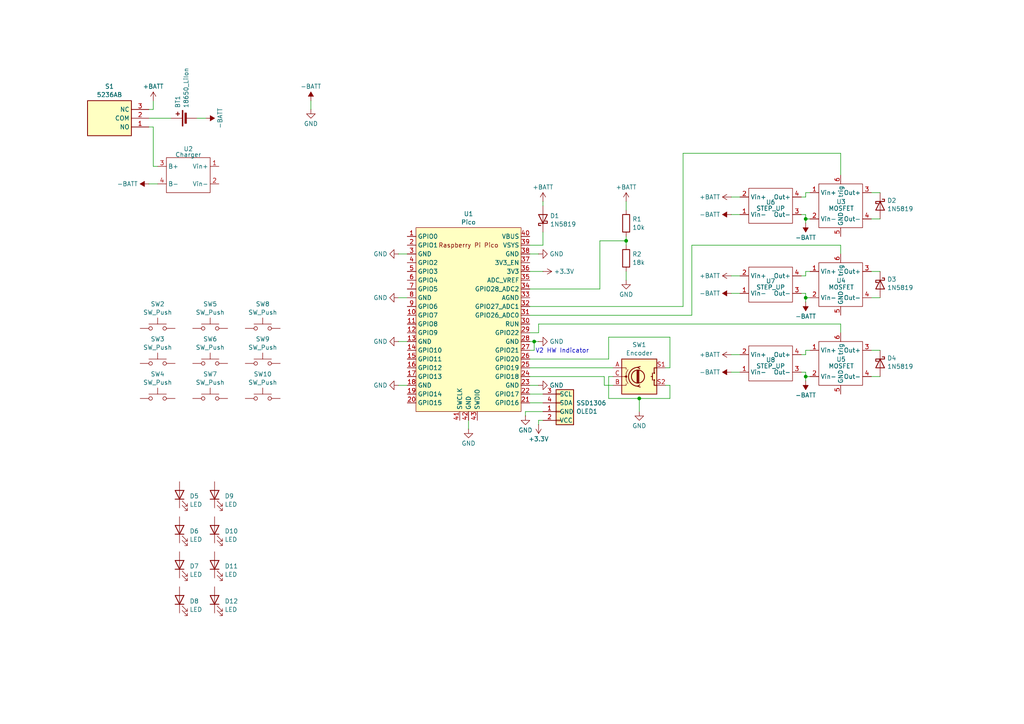
<source format=kicad_sch>
(kicad_sch (version 20231120) (generator "eeschema") (generator_version "8.0")
  (paper "A4")
  (title_block (title "LARS V2") (date "2024-04-01") (rev "1") (comment 1 "https://git.xythobuz.de/thomas/drumkit") (comment 2 "Licensed under the CERN-OHL-S-2.0+") (comment 4 "Copyright (c) 2024 Thomas Buck, Kauzerei"))
  (lib_symbols
    (symbol "5236ab:5236AB"
      (property "Reference" "S1" (at 11.43 -11.7645 0))
      (property "Value" "5236AB" (at 11.43 -9.3402 0))
      (symbol "5236AB_1_1"
        (rectangle (start 5.08 2.54) (end 17.78 -7.62) (stroke (width 0.254)) (fill (type background)))
        (pin passive line (at 0 0 0) (length 5.08) (name "NO") (number "1"))
        (pin passive line (at 0 -2.54 0) (length 5.08) (name "COM") (number "2"))
        (pin passive line (at 0 -5.08 0) (length 5.08) (name "NC") (number "3"))
      )
    )
    (symbol "Device:Battery_Cell" (pin_numbers hide) (pin_names (offset 0) hide)
      (property "Reference" "BT" (at 2.54 2.54 0))
      (property "Value" "Battery_Cell" (at 2.54 0 0))
      (symbol "Battery_Cell_0_1"
        (rectangle (start -2.286 1.778) (end 2.286 1.524) (fill (type outline)))
        (rectangle (start -1.524 1.016) (end 1.524 0.508) (fill (type outline)))
        (polyline (pts (xy 0 0.762) (xy 0 0)))
        (polyline (pts (xy 0 1.778) (xy 0 2.54)))
        (polyline (pts (xy 0.762 3.048) (xy 1.778 3.048)) (stroke (width 0.254)))
        (polyline (pts (xy 1.27 3.556) (xy 1.27 2.54)) (stroke (width 0.254)))
      )
      (symbol "Battery_Cell_1_1"
        (pin passive line (at 0 5.08 270) (length 2.54) (name "+") (number "1"))
        (pin passive line (at 0 -2.54 90) (length 2.54) (name "-") (number "2"))
      )
    )
    (symbol "Device:LED" (pin_numbers hide) (pin_names (offset 1.016) hide)
      (property "Reference" "D" (at 0 2.54 0))
      (property "Value" "LED" (at 0 -2.54 0))
      (symbol "LED_0_1"
        (polyline (pts (xy -1.27 -1.27) (xy -1.27 1.27)) (stroke (width 0.254)))
        (polyline (pts (xy -1.27 0) (xy 1.27 0)))
        (polyline (pts (xy 1.27 -1.27) (xy 1.27 1.27) (xy -1.27 0) (xy 1.27 -1.27)) (stroke (width 0.254)))
        (polyline (pts (xy -3.048 -0.762) (xy -4.572 -2.286) (xy -3.81 -2.286) (xy -4.572 -2.286) (xy -4.572 -1.524)))
        (polyline (pts (xy -1.778 -0.762) (xy -3.302 -2.286) (xy -2.54 -2.286) (xy -3.302 -2.286) (xy -3.302 -1.524)))
      )
      (symbol "LED_1_1"
        (pin passive line (at -3.81 0 0) (length 2.54) (name "K") (number "1"))
        (pin passive line (at 3.81 0 180) (length 2.54) (name "A") (number "2"))
      )
    )
    (symbol "Device:R" (pin_numbers hide) (pin_names (offset 0))
      (property "Reference" "R" (at 2.032 0 90))
      (property "Value" "R" (at 0 0 90))
      (symbol "R_0_1"
        (rectangle (start -1.016 -2.54) (end 1.016 2.54) (stroke (width 0.254)))
      )
      (symbol "R_1_1"
        (pin passive line (at 0 3.81 270) (length 1.27) (name "~") (number "1"))
        (pin passive line (at 0 -3.81 90) (length 1.27) (name "~") (number "2"))
      )
    )
    (symbol "Device:RotaryEncoder_Switch" (pin_names (offset 0.254) hide)
      (property "Reference" "SW" (at 0 6.604 0))
      (property "Value" "RotaryEncoder_Switch" (at 0 -6.604 0))
      (symbol "RotaryEncoder_Switch_0_1"
        (rectangle (start -5.08 5.08) (end 5.08 -5.08) (stroke (width 0.254)) (fill (type background)))
        (circle (center -3.81 0) (radius 0.254) (fill (type outline)))
        (circle (center -0.381 0) (radius 1.905) (stroke (width 0.254)))
        (arc (start -0.381 2.667) (mid -3.0988 -0.0635) (end -0.381 -2.794) (stroke (width 0.254)))
        (polyline (pts (xy -0.635 -1.778) (xy -0.635 1.778)) (stroke (width 0.254)))
        (polyline (pts (xy -0.381 -1.778) (xy -0.381 1.778)) (stroke (width 0.254)))
        (polyline (pts (xy -0.127 1.778) (xy -0.127 -1.778)) (stroke (width 0.254)))
        (polyline (pts (xy 3.81 0) (xy 3.429 0)) (stroke (width 0.254)))
        (polyline (pts (xy 3.81 1.016) (xy 3.81 -1.016)) (stroke (width 0.254)))
        (polyline (pts (xy -5.08 -2.54) (xy -3.81 -2.54) (xy -3.81 -2.032)))
        (polyline (pts (xy -5.08 2.54) (xy -3.81 2.54) (xy -3.81 2.032)))
        (polyline (pts (xy 0.254 -3.048) (xy -0.508 -2.794) (xy 0.127 -2.413)) (stroke (width 0.254)))
        (polyline (pts (xy 0.254 2.921) (xy -0.508 2.667) (xy 0.127 2.286)) (stroke (width 0.254)))
        (polyline (pts (xy 5.08 -2.54) (xy 4.318 -2.54) (xy 4.318 -1.016)) (stroke (width 0.254)))
        (polyline (pts (xy 5.08 2.54) (xy 4.318 2.54) (xy 4.318 1.016)) (stroke (width 0.254)))
        (polyline (pts (xy -5.08 0) (xy -3.81 0) (xy -3.81 -1.016) (xy -3.302 -2.032)))
        (polyline (pts (xy -4.318 0) (xy -3.81 0) (xy -3.81 1.016) (xy -3.302 2.032)))
        (circle (center 4.318 -1.016) (radius 0.127) (stroke (width 0.254)))
        (circle (center 4.318 1.016) (radius 0.127) (stroke (width 0.254)))
      )
      (symbol "RotaryEncoder_Switch_1_1"
        (pin passive line (at -7.62 2.54 0) (length 2.54) (name "A") (number "A"))
        (pin passive line (at -7.62 -2.54 0) (length 2.54) (name "B") (number "B"))
        (pin passive line (at -7.62 0 0) (length 2.54) (name "C") (number "C"))
        (pin passive line (at 7.62 2.54 180) (length 2.54) (name "S1") (number "S1"))
        (pin passive line (at 7.62 -2.54 180) (length 2.54) (name "S2") (number "S2"))
      )
    )
    (symbol "Diode:1N5819" (pin_numbers hide) (pin_names (offset 1.016) hide)
      (property "Reference" "D" (at 0 2.54 0))
      (property "Value" "1N5819" (at 0 -2.54 0))
      (symbol "1N5819_0_1"
        (polyline (pts (xy 1.27 0) (xy -1.27 0)))
        (polyline (pts (xy 1.27 1.27) (xy 1.27 -1.27) (xy -1.27 0) (xy 1.27 1.27)) (stroke (width 0.254)))
        (polyline (pts (xy -1.905 0.635) (xy -1.905 1.27) (xy -1.27 1.27) (xy -1.27 -1.27) (xy -0.635 -1.27) (xy -0.635 -0.635)) (stroke (width 0.254)))
      )
      (symbol "1N5819_1_1"
        (pin passive line (at -3.81 0 0) (length 2.54) (name "K") (number "1"))
        (pin passive line (at 3.81 0 180) (length 2.54) (name "A") (number "2"))
      )
    )
    (symbol "KiCad-RP-Pico:Pico"
      (property "Reference" "U" (at -13.97 27.94 0))
      (property "Value" "Pico" (at 0 19.05 0))
      (symbol "Pico_0_0"
        (text "Raspberry Pi Pico" (at 0 21.59 0) (effects (font (size 1.27 1.27))))
      )
      (symbol "Pico_0_1"
        (rectangle (start -15.24 26.67) (end 15.24 -26.67) (fill (type background)))
      )
      (symbol "Pico_1_1"
        (pin bidirectional line (at -17.78 24.13 0) (length 2.54) (name "GPIO0") (number "1"))
        (pin bidirectional line (at -17.78 1.27 0) (length 2.54) (name "GPIO7") (number "10"))
        (pin bidirectional line (at -17.78 -1.27 0) (length 2.54) (name "GPIO8") (number "11"))
        (pin bidirectional line (at -17.78 -3.81 0) (length 2.54) (name "GPIO9") (number "12"))
        (pin power_in line (at -17.78 -6.35 0) (length 2.54) (name "GND") (number "13"))
        (pin bidirectional line (at -17.78 -8.89 0) (length 2.54) (name "GPIO10") (number "14"))
        (pin bidirectional line (at -17.78 -11.43 0) (length 2.54) (name "GPIO11") (number "15"))
        (pin bidirectional line (at -17.78 -13.97 0) (length 2.54) (name "GPIO12") (number "16"))
        (pin bidirectional line (at -17.78 -16.51 0) (length 2.54) (name "GPIO13") (number "17"))
        (pin power_in line (at -17.78 -19.05 0) (length 2.54) (name "GND") (number "18"))
        (pin bidirectional line (at -17.78 -21.59 0) (length 2.54) (name "GPIO14") (number "19"))
        (pin bidirectional line (at -17.78 21.59 0) (length 2.54) (name "GPIO1") (number "2"))
        (pin bidirectional line (at -17.78 -24.13 0) (length 2.54) (name "GPIO15") (number "20"))
        (pin bidirectional line (at 17.78 -24.13 180) (length 2.54) (name "GPIO16") (number "21"))
        (pin bidirectional line (at 17.78 -21.59 180) (length 2.54) (name "GPIO17") (number "22"))
        (pin power_in line (at 17.78 -19.05 180) (length 2.54) (name "GND") (number "23"))
        (pin bidirectional line (at 17.78 -16.51 180) (length 2.54) (name "GPIO18") (number "24"))
        (pin bidirectional line (at 17.78 -13.97 180) (length 2.54) (name "GPIO19") (number "25"))
        (pin bidirectional line (at 17.78 -11.43 180) (length 2.54) (name "GPIO20") (number "26"))
        (pin bidirectional line (at 17.78 -8.89 180) (length 2.54) (name "GPIO21") (number "27"))
        (pin power_in line (at 17.78 -6.35 180) (length 2.54) (name "GND") (number "28"))
        (pin bidirectional line (at 17.78 -3.81 180) (length 2.54) (name "GPIO22") (number "29"))
        (pin power_in line (at -17.78 19.05 0) (length 2.54) (name "GND") (number "3"))
        (pin input line (at 17.78 -1.27 180) (length 2.54) (name "RUN") (number "30"))
        (pin bidirectional line (at 17.78 1.27 180) (length 2.54) (name "GPIO26_ADC0") (number "31"))
        (pin bidirectional line (at 17.78 3.81 180) (length 2.54) (name "GPIO27_ADC1") (number "32"))
        (pin power_in line (at 17.78 6.35 180) (length 2.54) (name "AGND") (number "33"))
        (pin bidirectional line (at 17.78 8.89 180) (length 2.54) (name "GPIO28_ADC2") (number "34"))
        (pin input line (at 17.78 11.43 180) (length 2.54) (name "ADC_VREF") (number "35"))
        (pin power_out line (at 17.78 13.97 180) (length 2.54) (name "3V3") (number "36"))
        (pin input line (at 17.78 16.51 180) (length 2.54) (name "3V3_EN") (number "37"))
        (pin power_in line (at 17.78 19.05 180) (length 2.54) (name "GND") (number "38"))
        (pin power_in line (at 17.78 21.59 180) (length 2.54) (name "VSYS") (number "39"))
        (pin bidirectional line (at -17.78 16.51 0) (length 2.54) (name "GPIO2") (number "4"))
        (pin power_in line (at 17.78 24.13 180) (length 2.54) (name "VBUS") (number "40"))
        (pin input line (at -2.54 -29.21 90) (length 2.54) (name "SWCLK") (number "41"))
        (pin power_in line (at 0 -29.21 90) (length 2.54) (name "GND") (number "42"))
        (pin bidirectional line (at 2.54 -29.21 90) (length 2.54) (name "SWDIO") (number "43"))
        (pin bidirectional line (at -17.78 13.97 0) (length 2.54) (name "GPIO3") (number "5"))
        (pin bidirectional line (at -17.78 11.43 0) (length 2.54) (name "GPIO4") (number "6"))
        (pin bidirectional line (at -17.78 8.89 0) (length 2.54) (name "GPIO5") (number "7"))
        (pin power_in line (at -17.78 6.35 0) (length 2.54) (name "GND") (number "8"))
        (pin bidirectional line (at -17.78 3.81 0) (length 2.54) (name "GPIO6") (number "9"))
      )
    )
    (symbol "Switch:SW_Push" (pin_numbers hide) (pin_names (offset 1.016) hide)
      (property "Reference" "SW" (at 1.27 2.54 0))
      (property "Value" "SW_Push" (at 0 -1.524 0))
      (symbol "SW_Push_0_1"
        (circle (center -2.032 0) (radius 0.508))
        (polyline (pts (xy 0 1.27) (xy 0 3.048)))
        (polyline (pts (xy 2.54 1.27) (xy -2.54 1.27)))
        (circle (center 2.032 0) (radius 0.508))
        (pin passive line (at -5.08 0 0) (length 2.54) (name "1") (number "1"))
        (pin passive line (at 5.08 0 180) (length 2.54) (name "2") (number "2"))
      )
    )
    (symbol "chinese_modules:charger"
      (property "Reference" "U" (at 0 0 0))
      (symbol "charger_0_1"
        (rectangle (start -6.35 5.08) (end 6.35 -5.08))
      )
      (symbol "charger_1_1"
        (pin input line (at 8.89 2.54 180) (length 2.54) (name "Vin+") (number "1"))
        (pin input line (at 8.89 -2.54 180) (length 2.54) (name "Vin-") (number "2"))
        (pin input line (at -8.89 2.54 0) (length 2.54) (name "B+") (number "3"))
        (pin input line (at -8.89 -2.54 0) (length 2.54) (name "B-") (number "4"))
      )
    )
    (symbol "chinese_modules:dc-dc"
      (property "Reference" "U6" (at 0 1.016 0))
      (property "Value" "STEP_UP" (at 0 -0.762 0))
      (symbol "dc-dc_0_1"
        (rectangle (start -6.35 5.08) (end 6.35 -5.08))
      )
      (symbol "dc-dc_1_1"
        (pin power_in line (at -8.89 -2.54 0) (length 2.54) (name "Vin-") (number "1"))
        (pin power_in line (at -8.89 2.54 0) (length 2.54) (name "Vin+") (number "2"))
        (pin power_out line (at 8.89 -2.54 180) (length 2.54) (name "Out-") (number "3"))
        (pin power_out line (at 8.89 2.54 180) (length 2.54) (name "Out+") (number "4"))
      )
    )
    (symbol "chinese_modules:xy-mos"
      (property "Reference" "U3" (at -1.27 1.1734 0))
      (property "Value" "~" (at -0.508 -0.508 0))
      (symbol "xy-mos_0_1"
        (rectangle (start -6.35 6.35) (end 6.35 -6.35))
      )
      (symbol "xy-mos_1_1"
        (pin power_in line (at -8.89 3.81 0) (length 2.54) (name "Vin+") (number "1"))
        (pin power_in line (at -8.89 -3.81 0) (length 2.54) (name "Vin-") (number "2"))
        (pin power_out line (at 8.89 3.81 180) (length 2.54) (name "Out+") (number "3"))
        (pin power_out line (at 8.89 -3.81 180) (length 2.54) (name "Out-") (number "4"))
        (pin input line (at 0 -8.89 90) (length 2.54) (name "GND") (number "5"))
        (pin input line (at 0 8.89 270) (length 2.54) (name "trig") (number "6"))
      )
    )
    (symbol "dc-dc_1"
      (property "Reference" "U8" (at 0 1.016 0))
      (property "Value" "STEP_UP" (at 0 -0.762 0))
      (symbol "dc-dc_1_0_1"
        (rectangle (start -6.35 5.08) (end 6.35 -5.08))
      )
      (symbol "dc-dc_1_1_1"
        (pin power_in line (at -8.89 -2.54 0) (length 2.54) (name "Vin-") (number "1"))
        (pin power_in line (at -8.89 2.54 0) (length 2.54) (name "Vin+") (number "2"))
        (pin power_out line (at 8.89 -2.54 180) (length 2.54) (name "Out-") (number "3"))
        (pin power_out line (at 8.89 2.54 180) (length 2.54) (name "Out+") (number "4"))
      )
    )
    (symbol "dc-dc_2"
      (property "Reference" "U7" (at 0 1.016 0))
      (property "Value" "STEP_UP" (at 0 -0.762 0))
      (symbol "dc-dc_2_0_1"
        (rectangle (start -6.35 5.08) (end 6.35 -5.08))
      )
      (symbol "dc-dc_2_1_1"
        (pin power_in line (at -8.89 -2.54 0) (length 2.54) (name "Vin-") (number "1"))
        (pin power_in line (at -8.89 2.54 0) (length 2.54) (name "Vin+") (number "2"))
        (pin power_out line (at 8.89 -2.54 180) (length 2.54) (name "Out-") (number "3"))
        (pin power_out line (at 8.89 2.54 180) (length 2.54) (name "Out+") (number "4"))
      )
    )
    (symbol "power:+3.3V" (power) (pin_numbers hide) (pin_names (offset 0) hide)
      (property "Value" "+3.3V" (at 0 3.556 0))
      (symbol "+3.3V_0_1"
        (polyline (pts (xy -0.762 1.27) (xy 0 2.54)))
        (polyline (pts (xy 0 0) (xy 0 2.54)))
        (polyline (pts (xy 0 2.54) (xy 0.762 1.27)))
      )
      (symbol "+3.3V_1_1"
        (pin power_in line (at 0 0 90) (length 0) (name "~") (number "1"))
      )
    )
    (symbol "power:+BATT" (power) (pin_numbers hide) (pin_names (offset 0) hide)
      (property "Value" "+BATT" (at 0 3.556 0))
      (symbol "+BATT_0_1"
        (polyline (pts (xy -0.762 1.27) (xy 0 2.54)))
        (polyline (pts (xy 0 0) (xy 0 2.54)))
        (polyline (pts (xy 0 2.54) (xy 0.762 1.27)))
      )
      (symbol "+BATT_1_1"
        (pin power_in line (at 0 0 90) (length 0) (name "~") (number "1"))
      )
    )
    (symbol "power:-BATT" (power) (pin_numbers hide) (pin_names (offset 0) hide)
      (property "Value" "-BATT" (at 0 3.556 0))
      (symbol "-BATT_0_1"
        (polyline (pts (xy 0 0) (xy 0 2.54)))
        (polyline (pts (xy 0.762 1.27) (xy -0.762 1.27) (xy 0 2.54) (xy 0.762 1.27)) (fill (type outline)))
      )
      (symbol "-BATT_1_1"
        (pin power_in line (at 0 0 90) (length 0) (name "~") (number "1"))
      )
    )
    (symbol "power:GND" (power) (pin_numbers hide) (pin_names (offset 0) hide)
      (property "Value" "GND" (at 0 -3.81 0))
      (symbol "GND_0_1"
        (polyline (pts (xy 0 0) (xy 0 -1.27) (xy 1.27 -1.27) (xy 0 -2.54) (xy -1.27 -1.27) (xy 0 -1.27)))
      )
      (symbol "GND_1_1"
        (pin power_in line (at 0 0 270) (length 0) (name "~") (number "1"))
      )
    )
    (symbol "ssd1306:SSD1306" (pin_names (offset 1.016))
      (property "Reference" "OLED" (at 0 5.08 0))
      (property "Value" "SSD1306" (at 0 -7.62 0))
      (symbol "SSD1306_1_1"
        (rectangle (start -1.27 -4.953) (end 0 -5.207) (stroke (width 0.1524)))
        (rectangle (start -1.27 -2.413) (end 0 -2.667) (stroke (width 0.1524)))
        (rectangle (start -1.27 0.127) (end 0 -0.127) (stroke (width 0.1524)))
        (rectangle (start -1.27 2.667) (end 0 2.413) (stroke (width 0.1524)))
        (rectangle (start -1.27 3.81) (end 3.81 -6.35) (stroke (width 0.254)) (fill (type background)))
        (pin power_in line (at -5.08 0 0) (length 3.81) (name "GND") (number "1"))
        (pin power_in line (at -5.08 2.54 0) (length 3.81) (name "VCC") (number "2"))
        (pin input line (at -5.08 -5.08 0) (length 3.81) (name "SCL") (number "3"))
        (pin bidirectional line (at -5.08 -2.54 0) (length 3.81) (name "SDA") (number "4"))
      )
    )
  )
  (junction (at 181.61 69.85))
  (junction (at 233.68 86.36))
  (junction (at 185.42 115.57))
  (junction (at 154.94 99.06))
  (junction (at 233.68 63.5))
  (junction (at 233.68 109.22))
  (wire (pts (xy 194.31 111.76) (xy 193.04 111.76)))
  (wire (pts (xy 157.48 119.38) (xy 152.4 119.38)))
  (wire (pts (xy 175.26 111.76) (xy 175.26 109.22)))
  (wire (pts (xy 252.73 86.36) (xy 255.27 86.36)))
  (wire (pts (xy 198.12 44.45) (xy 243.84 44.45)))
  (wire (pts (xy 156.21 93.98) (xy 243.84 93.98)))
  (wire (pts (xy 233.68 63.5) (xy 233.68 64.77)))
  (wire (pts (xy 232.41 62.23) (xy 233.68 62.23)))
  (wire (pts (xy 233.68 62.23) (xy 233.68 63.5)))
  (wire (pts (xy 194.31 106.68) (xy 194.31 97.79)))
  (wire (pts (xy 212.09 102.87) (xy 214.63 102.87)))
  (wire (pts (xy 233.68 109.22) (xy 233.68 110.49)))
  (wire (pts (xy 233.68 78.74) (xy 234.95 78.74)))
  (wire (pts (xy 232.41 85.09) (xy 233.68 85.09)))
  (wire (pts (xy 194.31 115.57) (xy 194.31 111.76)))
  (wire (pts (xy 154.94 101.6) (xy 154.94 99.06)))
  (wire (pts (xy 153.67 78.74) (xy 157.48 78.74)))
  (wire (pts (xy 176.53 97.79) (xy 176.53 104.14)))
  (wire (pts (xy 90.17 29.21) (xy 90.17 31.75)))
  (wire (pts (xy 252.73 78.74) (xy 255.27 78.74)))
  (wire (pts (xy 153.67 114.3) (xy 157.48 114.3)))
  (wire (pts (xy 185.42 115.57) (xy 185.42 119.38)))
  (wire (pts (xy 252.73 55.88) (xy 255.27 55.88)))
  (wire (pts (xy 194.31 106.68) (xy 193.04 106.68)))
  (wire (pts (xy 232.41 102.87) (xy 233.68 102.87)))
  (wire (pts (xy 153.67 83.82) (xy 173.99 83.82)))
  (wire (pts (xy 57.15 34.29) (xy 59.69 34.29)))
  (wire (pts (xy 233.68 55.88) (xy 234.95 55.88)))
  (wire (pts (xy 153.67 88.9) (xy 198.12 88.9)))
  (wire (pts (xy 115.57 111.76) (xy 118.11 111.76)))
  (wire (pts (xy 212.09 107.95) (xy 214.63 107.95)))
  (wire (pts (xy 233.68 63.5) (xy 234.95 63.5)))
  (wire (pts (xy 233.68 101.6) (xy 234.95 101.6)))
  (wire (pts (xy 153.67 111.76) (xy 156.21 111.76)))
  (wire (pts (xy 177.8 109.22) (xy 176.53 109.22)))
  (wire (pts (xy 44.45 36.83) (xy 44.45 48.26)))
  (wire (pts (xy 115.57 99.06) (xy 118.11 99.06)))
  (wire (pts (xy 181.61 69.85) (xy 181.61 71.12)))
  (wire (pts (xy 157.48 71.12) (xy 157.48 67.31)))
  (wire (pts (xy 153.67 101.6) (xy 154.94 101.6)))
  (wire (pts (xy 176.53 104.14) (xy 153.67 104.14)))
  (wire (pts (xy 232.41 80.01) (xy 233.68 80.01)))
  (wire (pts (xy 157.48 58.42) (xy 157.48 59.69)))
  (wire (pts (xy 115.57 73.66) (xy 118.11 73.66)))
  (wire (pts (xy 252.73 63.5) (xy 255.27 63.5)))
  (wire (pts (xy 233.68 80.01) (xy 233.68 78.74)))
  (wire (pts (xy 135.89 121.92) (xy 135.89 124.46)))
  (wire (pts (xy 212.09 80.01) (xy 214.63 80.01)))
  (wire (pts (xy 176.53 109.22) (xy 176.53 115.57)))
  (wire (pts (xy 185.42 115.57) (xy 194.31 115.57)))
  (wire (pts (xy 44.45 31.75) (xy 43.18 31.75)))
  (wire (pts (xy 243.84 44.45) (xy 243.84 50.8)))
  (wire (pts (xy 115.57 86.36) (xy 118.11 86.36)))
  (wire (pts (xy 233.68 57.15) (xy 233.68 55.88)))
  (wire (pts (xy 154.94 99.06) (xy 156.21 99.06)))
  (wire (pts (xy 232.41 57.15) (xy 233.68 57.15)))
  (wire (pts (xy 233.68 85.09) (xy 233.68 86.36)))
  (wire (pts (xy 200.66 91.44) (xy 153.67 91.44)))
  (wire (pts (xy 233.68 102.87) (xy 233.68 101.6)))
  (wire (pts (xy 243.84 71.12) (xy 200.66 71.12)))
  (wire (pts (xy 233.68 86.36) (xy 233.68 87.63)))
  (wire (pts (xy 153.67 99.06) (xy 154.94 99.06)))
  (wire (pts (xy 44.45 29.21) (xy 44.45 31.75)))
  (wire (pts (xy 243.84 73.66) (xy 243.84 71.12)))
  (wire (pts (xy 153.67 116.84) (xy 157.48 116.84)))
  (wire (pts (xy 44.45 48.26) (xy 45.72 48.26)))
  (wire (pts (xy 181.61 58.42) (xy 181.61 60.96)))
  (wire (pts (xy 173.99 69.85) (xy 181.61 69.85)))
  (wire (pts (xy 252.73 109.22) (xy 255.27 109.22)))
  (wire (pts (xy 233.68 109.22) (xy 234.95 109.22)))
  (wire (pts (xy 156.21 93.98) (xy 156.21 96.52)))
  (wire (pts (xy 181.61 68.58) (xy 181.61 69.85)))
  (wire (pts (xy 153.67 73.66) (xy 156.21 73.66)))
  (wire (pts (xy 212.09 85.09) (xy 214.63 85.09)))
  (wire (pts (xy 153.67 106.68) (xy 177.8 106.68)))
  (wire (pts (xy 200.66 71.12) (xy 200.66 91.44)))
  (wire (pts (xy 176.53 115.57) (xy 185.42 115.57)))
  (wire (pts (xy 243.84 93.98) (xy 243.84 96.52)))
  (wire (pts (xy 175.26 109.22) (xy 153.67 109.22)))
  (wire (pts (xy 43.18 53.34) (xy 45.72 53.34)))
  (wire (pts (xy 233.68 86.36) (xy 234.95 86.36)))
  (wire (pts (xy 233.68 107.95) (xy 233.68 109.22)))
  (wire (pts (xy 173.99 83.82) (xy 173.99 69.85)))
  (wire (pts (xy 153.67 71.12) (xy 157.48 71.12)))
  (wire (pts (xy 252.73 101.6) (xy 255.27 101.6)))
  (wire (pts (xy 181.61 78.74) (xy 181.61 81.28)))
  (wire (pts (xy 152.4 119.38) (xy 152.4 120.65)))
  (wire (pts (xy 44.45 36.83) (xy 43.18 36.83)))
  (wire (pts (xy 43.18 34.29) (xy 49.53 34.29)))
  (wire (pts (xy 156.21 96.52) (xy 153.67 96.52)))
  (wire (pts (xy 212.09 57.15) (xy 214.63 57.15)))
  (wire (pts (xy 156.21 121.92) (xy 156.21 123.19)))
  (wire (pts (xy 157.48 121.92) (xy 156.21 121.92)))
  (wire (pts (xy 232.41 107.95) (xy 233.68 107.95)))
  (wire (pts (xy 194.31 97.79) (xy 176.53 97.79)))
  (wire (pts (xy 198.12 44.45) (xy 198.12 88.9)))
  (wire (pts (xy 212.09 62.23) (xy 214.63 62.23)))
  (wire (pts (xy 177.8 111.76) (xy 175.26 111.76)))
  (text "V2 HW Indicator" (at 163.068 101.854 0) (effects (font (size 1.27 1.27))))
  (symbol (lib_id "power:+3.3V") (at 156.21 123.19 180) (unit 1)
    (property "Reference" "#PWR017" (effects (hide yes)))
    (property "Value" "+3.3V" (at 156.21 127.3231 0))
    (property "Description" "Power symbol creates a global label with name \"+3.3V\"" (effects (hide yes)))
  )
  (symbol (lib_id "power:GND") (at 135.89 124.46 0) (unit 1)
    (property "Reference" "#PWR029" (effects (hide yes)))
    (property "Value" "GND" (at 135.89 128.5931 0))
    (property "Description" "Power symbol creates a global label with name \"GND\" , ground" (effects (hide yes)))
  )
  (symbol (lib_id "power:+BATT") (at 212.09 57.15 90) (unit 1)
    (property "Reference" "#PWR011" (effects (hide yes)))
    (property "Value" "+BATT" (at 208.915 57.15 90) (effects (justify left)))
    (property "Description" "Power symbol creates a global label with name \"+BATT\"" (effects (hide yes)))
  )
  (symbol (lib_id "Device:LED") (at 62.23 163.83 90) (unit 1)
    (property "Reference" "D11" (at 65.151 164.2053 90) (effects (justify right)))
    (property "Value" "LED" (at 65.151 166.6296 90) (effects (justify right)))
    (property "Footprint" "LED_THT:LED_D5.0mm" (effects (hide yes)))
    (property "Description" "Light emitting diode" (effects (hide yes)))
  )
  (symbol (lib_id "chinese_modules:xy-mos") (at 243.84 59.69 0) (unit 1)
    (property "Reference" "U3" (at 242.57 58.5166 0) (effects (justify left)))
    (property "Value" "MOSFET" (at 240.284 60.452 0) (effects (justify left)))
    (property "Footprint" "chinese_modules:xy-mos" (effects (hide yes)))
  )
  (symbol (lib_id "Diode:1N5819") (at 255.27 82.55 270) (unit 1)
    (property "Reference" "D3" (at 257.302 81.0203 90) (effects (justify left)))
    (property "Value" "1N5819" (at 257.302 83.4446 90) (effects (justify left)))
    (property "Footprint" "Diode_THT:D_DO-41_SOD81_P10.16mm_Horizontal" (effects (hide yes)))
    (property "Datasheet" "http://www.vishay.com/docs/88525/1n5817.pdf" (effects (hide yes)))
    (property "Description" "40V 1A Schottky Barrier Rectifier Diode, DO-41" (effects (hide yes)))
  )
  (symbol (lib_id "power:GND") (at 156.21 73.66 90) (unit 1)
    (property "Reference" "#PWR024" (effects (hide yes)))
    (property "Value" "GND" (at 159.385 73.66 90) (effects (justify right)))
    (property "Description" "Power symbol creates a global label with name \"GND\" , ground" (effects (hide yes)))
  )
  (symbol (lib_id "power:-BATT") (at 90.17 29.21 0) (unit 1)
    (property "Reference" "#PWR020" (effects (hide yes)))
    (property "Value" "-BATT" (at 90.17 25.0769 0))
    (property "Description" "Power symbol creates a global label with name \"-BATT\"" (effects (hide yes)))
  )
  (symbol (lib_id "chinese_modules:dc-dc") (at 223.52 59.69 0) (unit 1)
    (property "Reference" "U6" (at 223.52 58.674 0))
    (property "Value" "STEP_UP" (at 223.52 60.452 0))
    (property "Footprint" "chinese_modules:dc-dc module" (effects (hide yes)))
  )
  (symbol (lib_id "Device:LED") (at 52.07 153.67 90) (unit 1)
    (property "Reference" "D6" (at 54.991 154.0453 90) (effects (justify right)))
    (property "Value" "LED" (at 54.991 156.4696 90) (effects (justify right)))
    (property "Footprint" "LED_THT:LED_D5.0mm" (effects (hide yes)))
    (property "Description" "Light emitting diode" (effects (hide yes)))
  )
  (symbol (lib_id "Switch:SW_Push") (at 45.72 105.41 0) (unit 1)
    (property "Reference" "SW3" (at 45.72 98.3445 0))
    (property "Value" "SW_Push" (at 45.72 100.7688 0))
    (property "Footprint" "Button_Switch_THT:SW_PUSH_6mm_H5mm" (effects (hide yes)))
    (property "Description" "Push button switch, generic, two pins" (effects (hide yes)))
  )
  (symbol (lib_id "power:+BATT") (at 181.61 58.42 0) (unit 1)
    (property "Reference" "#PWR021" (effects (hide yes)))
    (property "Value" "+BATT" (at 181.61 54.2869 0))
    (property "Description" "Power symbol creates a global label with name \"+BATT\"" (effects (hide yes)))
  )
  (symbol (lib_id "ssd1306:SSD1306") (at 162.56 119.38 0) (mirror x) (unit 1)
    (property "Reference" "OLED1" (at 167.132 119.3222 0) (effects (justify left)))
    (property "Value" "SSD1306" (at 167.132 116.8979 0) (effects (justify left)))
    (property "Footprint" "ssd1306:SSD1306_0.96_Oled" (effects (hide yes)))
    (property "Description" "OLED 0.96 128x64 I2C" (effects (hide yes)))
  )
  (symbol (lib_id "power:GND") (at 115.57 99.06 270) (unit 1)
    (property "Reference" "#PWR027" (effects (hide yes)))
    (property "Value" "GND" (at 112.3951 99.06 90) (effects (justify right)))
    (property "Description" "Power symbol creates a global label with name \"GND\" , ground" (effects (hide yes)))
  )
  (symbol (lib_id "power:-BATT") (at 233.68 87.63 180) (unit 1)
    (property "Reference" "#PWR014" (effects (hide yes)))
    (property "Value" "-BATT" (at 233.68 91.7631 0))
    (property "Description" "Power symbol creates a global label with name \"-BATT\"" (effects (hide yes)))
  )
  (symbol (lib_id "Device:R") (at 181.61 74.93 180) (unit 1)
    (property "Reference" "R2" (at 183.388 73.7178 0) (effects (justify right)))
    (property "Value" "18k" (at 183.388 76.1421 0) (effects (justify right)))
    (property "Footprint" "Resistor_THT:R_Axial_DIN0204_L3.6mm_D1.6mm_P2.54mm_Vertical" (effects (hide yes)))
    (property "Description" "Resistor" (effects (hide yes)))
  )
  (symbol (lib_id "Switch:SW_Push") (at 60.96 115.57 0) (unit 1)
    (property "Reference" "SW7" (at 60.96 108.5045 0))
    (property "Value" "SW_Push" (at 60.96 110.9288 0))
    (property "Footprint" "Button_Switch_THT:SW_PUSH_6mm_H5mm" (effects (hide yes)))
    (property "Description" "Push button switch, generic, two pins" (effects (hide yes)))
  )
  (symbol (lib_id "power:GND") (at 115.57 86.36 270) (unit 1)
    (property "Reference" "#PWR026" (effects (hide yes)))
    (property "Value" "GND" (at 112.3951 86.36 90) (effects (justify right)))
    (property "Description" "Power symbol creates a global label with name \"GND\" , ground" (effects (hide yes)))
  )
  (symbol (lib_id "Switch:SW_Push") (at 60.96 105.41 0) (unit 1)
    (property "Reference" "SW6" (at 60.96 98.3445 0))
    (property "Value" "SW_Push" (at 60.96 100.7688 0))
    (property "Footprint" "Button_Switch_THT:SW_PUSH_6mm_H5mm" (effects (hide yes)))
    (property "Description" "Push button switch, generic, two pins" (effects (hide yes)))
  )
  (symbol (lib_id "power:GND") (at 90.17 31.75 0) (unit 1)
    (property "Reference" "#PWR019" (effects (hide yes)))
    (property "Value" "GND" (at 90.17 35.8831 0))
    (property "Description" "Power symbol creates a global label with name \"GND\" , ground" (effects (hide yes)))
  )
  (symbol (lib_id "power:-BATT") (at 212.09 107.95 90) (unit 1)
    (property "Reference" "#PWR08" (effects (hide yes)))
    (property "Value" "-BATT" (at 208.915 107.95 90) (effects (justify left)))
    (property "Description" "Power symbol creates a global label with name \"-BATT\"" (effects (hide yes)))
  )
  (symbol (lib_name "dc-dc_1") (lib_id "chinese_modules:dc-dc") (at 223.52 105.41 0) (unit 1)
    (property "Reference" "U8" (at 223.52 104.394 0))
    (property "Value" "STEP_UP" (at 223.52 106.172 0))
    (property "Footprint" "chinese_modules:dc-dc module" (effects (hide yes)))
  )
  (symbol (lib_id "power:GND") (at 185.42 119.38 0) (unit 1)
    (property "Reference" "#PWR03" (effects (hide yes)))
    (property "Value" "GND" (at 185.42 123.5131 0))
    (property "Description" "Power symbol creates a global label with name \"GND\" , ground" (effects (hide yes)))
  )
  (symbol (lib_id "chinese_modules:charger") (at 54.61 50.8 0) (unit 1)
    (property "Reference" "U2" (at 54.61 43.1885 0))
    (property "Value" "Charger" (at 54.61 44.8699 0))
    (property "Footprint" "chinese_modules:charger" (effects (hide yes)))
  )
  (symbol (lib_id "power:GND") (at 156.21 111.76 90) (unit 1)
    (property "Reference" "#PWR018" (effects (hide yes)))
    (property "Value" "GND" (at 159.385 111.76 90) (effects (justify right)))
    (property "Description" "Power symbol creates a global label with name \"GND\" , ground" (effects (hide yes)))
  )
  (symbol (lib_id "power:GND") (at 181.61 81.28 0) (unit 1)
    (property "Reference" "#PWR022" (effects (hide yes)))
    (property "Value" "GND" (at 181.61 85.4131 0))
    (property "Description" "Power symbol creates a global label with name \"GND\" , ground" (effects (hide yes)))
  )
  (symbol (lib_id "power:GND") (at 115.57 73.66 270) (unit 1)
    (property "Reference" "#PWR025" (effects (hide yes)))
    (property "Value" "GND" (at 112.3951 73.66 90) (effects (justify right)))
    (property "Description" "Power symbol creates a global label with name \"GND\" , ground" (effects (hide yes)))
  )
  (symbol (lib_id "power:-BATT") (at 212.09 62.23 90) (unit 1)
    (property "Reference" "#PWR010" (effects (hide yes)))
    (property "Value" "-BATT" (at 208.915 62.23 90) (effects (justify left)))
    (property "Description" "Power symbol creates a global label with name \"-BATT\"" (effects (hide yes)))
  )
  (symbol (lib_id "Device:LED") (at 62.23 143.51 90) (unit 1)
    (property "Reference" "D9" (at 65.151 143.8853 90) (effects (justify right)))
    (property "Value" "LED" (at 65.151 146.3096 90) (effects (justify right)))
    (property "Footprint" "LED_THT:LED_D5.0mm" (effects (hide yes)))
    (property "Description" "Light emitting diode" (effects (hide yes)))
  )
  (symbol (lib_id "power:-BATT") (at 233.68 110.49 180) (unit 1)
    (property "Reference" "#PWR016" (effects (hide yes)))
    (property "Value" "-BATT" (at 233.68 114.6231 0))
    (property "Description" "Power symbol creates a global label with name \"-BATT\"" (effects (hide yes)))
  )
  (symbol (lib_id "power:+BATT") (at 157.48 58.42 0) (unit 1)
    (property "Reference" "#PWR01" (effects (hide yes)))
    (property "Value" "+BATT" (at 157.48 54.2869 0))
    (property "Description" "Power symbol creates a global label with name \"+BATT\"" (effects (hide yes)))
  )
  (symbol (lib_id "Switch:SW_Push") (at 45.72 95.25 0) (unit 1)
    (property "Reference" "SW2" (at 45.72 88.1845 0))
    (property "Value" "SW_Push" (at 45.72 90.6088 0))
    (property "Footprint" "Button_Switch_THT:SW_PUSH_6mm_H5mm" (effects (hide yes)))
    (property "Description" "Push button switch, generic, two pins" (effects (hide yes)))
  )
  (symbol (lib_id "Device:LED") (at 62.23 153.67 90) (unit 1)
    (property "Reference" "D10" (at 65.151 154.0453 90) (effects (justify right)))
    (property "Value" "LED" (at 65.151 156.4696 90) (effects (justify right)))
    (property "Footprint" "LED_THT:LED_D5.0mm" (effects (hide yes)))
    (property "Description" "Light emitting diode" (effects (hide yes)))
  )
  (symbol (lib_id "Switch:SW_Push") (at 76.2 115.57 0) (unit 1)
    (property "Reference" "SW10" (at 76.2 108.5045 0))
    (property "Value" "SW_Push" (at 76.2 110.9288 0))
    (property "Footprint" "Button_Switch_THT:SW_PUSH_6mm_H5mm" (effects (hide yes)))
    (property "Description" "Push button switch, generic, two pins" (effects (hide yes)))
  )
  (symbol (lib_id "chinese_modules:xy-mos") (at 243.84 82.55 0) (unit 1)
    (property "Reference" "U4" (at 242.57 81.3766 0) (effects (justify left)))
    (property "Value" "MOSFET" (at 240.284 83.312 0) (effects (justify left)))
    (property "Footprint" "chinese_modules:xy-mos" (effects (hide yes)))
  )
  (symbol (lib_id "power:GND") (at 152.4 120.65 0) (unit 1)
    (property "Reference" "#PWR07" (effects (hide yes)))
    (property "Value" "GND" (at 152.4 124.7831 0))
    (property "Description" "Power symbol creates a global label with name \"GND\" , ground" (effects (hide yes)))
  )
  (symbol (lib_id "Diode:1N5819") (at 255.27 59.69 270) (unit 1)
    (property "Reference" "D2" (at 257.302 58.1603 90) (effects (justify left)))
    (property "Value" "1N5819" (at 257.302 60.5846 90) (effects (justify left)))
    (property "Footprint" "Diode_THT:D_DO-41_SOD81_P10.16mm_Horizontal" (effects (hide yes)))
    (property "Datasheet" "http://www.vishay.com/docs/88525/1n5817.pdf" (effects (hide yes)))
    (property "Description" "40V 1A Schottky Barrier Rectifier Diode, DO-41" (effects (hide yes)))
  )
  (symbol (lib_id "power:+BATT") (at 212.09 80.01 90) (unit 1)
    (property "Reference" "#PWR012" (effects (hide yes)))
    (property "Value" "+BATT" (at 208.915 80.01 90) (effects (justify left)))
    (property "Description" "Power symbol creates a global label with name \"+BATT\"" (effects (hide yes)))
  )
  (symbol (lib_id "power:+BATT") (at 44.45 29.21 0) (unit 1)
    (property "Reference" "#PWR04" (effects (hide yes)))
    (property "Value" "+BATT" (at 44.45 25.0769 0))
    (property "Description" "Power symbol creates a global label with name \"+BATT\"" (effects (hide yes)))
  )
  (symbol (lib_id "Device:LED") (at 52.07 143.51 90) (unit 1)
    (property "Reference" "D5" (at 54.991 143.8853 90) (effects (justify right)))
    (property "Value" "LED" (at 54.991 146.3096 90) (effects (justify right)))
    (property "Footprint" "LED_THT:LED_D5.0mm" (effects (hide yes)))
    (property "Description" "Light emitting diode" (effects (hide yes)))
  )
  (symbol (lib_id "power:GND") (at 115.57 111.76 270) (unit 1)
    (property "Reference" "#PWR028" (effects (hide yes)))
    (property "Value" "GND" (at 112.3951 111.76 90) (effects (justify right)))
    (property "Description" "Power symbol creates a global label with name \"GND\" , ground" (effects (hide yes)))
  )
  (symbol (lib_id "power:GND") (at 156.21 99.06 90) (unit 1)
    (property "Reference" "#PWR023" (effects (hide yes)))
    (property "Value" "GND" (at 159.385 99.06 90) (effects (justify right)))
    (property "Description" "Power symbol creates a global label with name \"GND\" , ground" (effects (hide yes)))
  )
  (symbol (lib_id "power:-BATT") (at 233.68 64.77 180) (unit 1)
    (property "Reference" "#PWR015" (effects (hide yes)))
    (property "Value" "-BATT" (at 233.68 68.9031 0))
    (property "Description" "Power symbol creates a global label with name \"-BATT\"" (effects (hide yes)))
  )
  (symbol (lib_id "Device:Battery_Cell") (at 54.61 34.29 90) (unit 1)
    (property "Reference" "BT1" (at 51.5563 31.369 0) (effects (justify left)))
    (property "Value" "18650_LiIon" (at 53.9806 31.369 0) (effects (justify left)))
    (property "Footprint" "Battery:BatteryHolder_Keystone_1042_1x18650" (effects (hide yes)))
    (property "Description" "Single-cell battery" (effects (hide yes)))
  )
  (symbol (lib_id "Device:R") (at 181.61 64.77 0) (unit 1)
    (property "Reference" "R1" (at 183.388 63.5578 0) (effects (justify left)))
    (property "Value" "10k" (at 183.388 65.9821 0) (effects (justify left)))
    (property "Footprint" "Resistor_THT:R_Axial_DIN0204_L3.6mm_D1.6mm_P2.54mm_Vertical" (effects (hide yes)))
    (property "Description" "Resistor" (effects (hide yes)))
  )
  (symbol (lib_id "Diode:1N5819") (at 157.48 63.5 90) (unit 1)
    (property "Reference" "D1" (at 159.512 62.6053 90) (effects (justify right)))
    (property "Value" "1N5819" (at 159.512 65.0296 90) (effects (justify right)))
    (property "Footprint" "Diode_THT:D_DO-41_SOD81_P10.16mm_Horizontal" (effects (hide yes)))
    (property "Datasheet" "http://www.vishay.com/docs/88525/1n5817.pdf" (effects (hide yes)))
    (property "Description" "40V 1A Schottky Barrier Rectifier Diode, DO-41" (effects (hide yes)))
  )
  (symbol (lib_id "Device:LED") (at 52.07 173.99 90) (unit 1)
    (property "Reference" "D8" (at 54.991 174.3653 90) (effects (justify right)))
    (property "Value" "LED" (at 54.991 176.7896 90) (effects (justify right)))
    (property "Footprint" "LED_THT:LED_D5.0mm" (effects (hide yes)))
    (property "Description" "Light emitting diode" (effects (hide yes)))
  )
  (symbol (lib_id "5236ab:5236AB") (at 43.18 36.83 180) (unit 1)
    (property "Reference" "S1" (at 31.75 25.0655 0))
    (property "Value" "5236AB" (at 31.75 27.4898 0))
    (property "Footprint" "5236AB" (effects (hide yes)))
    (property "Datasheet" "https://datasheet.datasheetarchive.com/originals/dk/DKDS-29/572872.pdf" (effects (hide yes)))
    (property "Description" "SWITCH TOGGLE SPDT 6A 125V" (effects (hide yes)))
    (property "Height" "31.8" (effects (hide yes)))
    (property "Manufacturer_Name" "Apem" (effects (hide yes)))
    (property "Manufacturer_Part_Number" "5236AB" (effects (hide yes)))
  )
  (symbol (lib_id "power:-BATT") (at 43.18 53.34 90) (unit 1)
    (property "Reference" "#PWR06" (effects (hide yes)))
    (property "Value" "-BATT" (at 40.005 53.34 90) (effects (justify left)))
    (property "Description" "Power symbol creates a global label with name \"-BATT\"" (effects (hide yes)))
  )
  (symbol (lib_id "power:-BATT") (at 59.69 34.29 270) (unit 1)
    (property "Reference" "#PWR05" (effects (hide yes)))
    (property "Value" "-BATT" (at 63.8231 34.29 0))
    (property "Description" "Power symbol creates a global label with name \"-BATT\"" (effects (hide yes)))
  )
  (symbol (lib_id "Device:LED") (at 62.23 173.99 90) (unit 1)
    (property "Reference" "D12" (at 65.151 174.3653 90) (effects (justify right)))
    (property "Value" "LED" (at 65.151 176.7896 90) (effects (justify right)))
    (property "Footprint" "LED_THT:LED_D5.0mm" (effects (hide yes)))
    (property "Description" "Light emitting diode" (effects (hide yes)))
  )
  (symbol (lib_id "Device:LED") (at 52.07 163.83 90) (unit 1)
    (property "Reference" "D7" (at 54.991 164.2053 90) (effects (justify right)))
    (property "Value" "LED" (at 54.991 166.6296 90) (effects (justify right)))
    (property "Footprint" "LED_THT:LED_D5.0mm" (effects (hide yes)))
    (property "Description" "Light emitting diode" (effects (hide yes)))
  )
  (symbol (lib_id "KiCad-RP-Pico:Pico") (at 135.89 92.71 0) (unit 1)
    (property "Reference" "U1" (at 135.89 62.0225 0))
    (property "Value" "Pico" (at 135.89 64.4468 0))
    (property "Footprint" "KiCad-RP-Pico:RPi_Pico_SMD_only" (effects (hide yes)))
  )
  (symbol (lib_id "power:+3.3V") (at 157.48 78.74 270) (unit 1)
    (property "Reference" "#PWR02" (effects (hide yes)))
    (property "Value" "+3.3V" (at 160.655 78.74 90) (effects (justify left)))
    (property "Description" "Power symbol creates a global label with name \"+3.3V\"" (effects (hide yes)))
  )
  (symbol (lib_id "Device:RotaryEncoder_Switch") (at 185.42 109.22 0) (unit 1)
    (property "Reference" "SW1" (at 185.42 99.9955 0))
    (property "Value" "Encoder" (at 185.42 102.4198 0))
    (property "Footprint" "Rotary_Encoder:RotaryEncoder_Alps_EC12E-Switch_Vertical_H20mm_CircularMountingHoles" (effects (hide yes)))
    (property "Description" "Rotary encoder, dual channel, incremental quadrate outputs, with switch" (effects (hide yes)))
  )
  (symbol (lib_name "dc-dc_2") (lib_id "chinese_modules:dc-dc") (at 223.52 82.55 0) (unit 1)
    (property "Reference" "U7" (at 223.52 81.534 0))
    (property "Value" "STEP_UP" (at 223.52 83.312 0))
    (property "Footprint" "chinese_modules:dc-dc module" (effects (hide yes)))
  )
  (symbol (lib_id "Switch:SW_Push") (at 76.2 95.25 0) (unit 1)
    (property "Reference" "SW8" (at 76.2 88.1845 0))
    (property "Value" "SW_Push" (at 76.2 90.6088 0))
    (property "Footprint" "Button_Switch_THT:SW_PUSH_6mm_H5mm" (effects (hide yes)))
    (property "Description" "Push button switch, generic, two pins" (effects (hide yes)))
  )
  (symbol (lib_id "Switch:SW_Push") (at 76.2 105.41 0) (unit 1)
    (property "Reference" "SW9" (at 76.2 98.3445 0))
    (property "Value" "SW_Push" (at 76.2 100.7688 0))
    (property "Footprint" "Button_Switch_THT:SW_PUSH_6mm_H5mm" (effects (hide yes)))
    (property "Description" "Push button switch, generic, two pins" (effects (hide yes)))
  )
  (symbol (lib_id "Diode:1N5819") (at 255.27 105.41 270) (unit 1)
    (property "Reference" "D4" (at 257.302 103.8803 90) (effects (justify left)))
    (property "Value" "1N5819" (at 257.302 106.3046 90) (effects (justify left)))
    (property "Footprint" "Diode_THT:D_DO-41_SOD81_P10.16mm_Horizontal" (effects (hide yes)))
    (property "Datasheet" "http://www.vishay.com/docs/88525/1n5817.pdf" (effects (hide yes)))
    (property "Description" "40V 1A Schottky Barrier Rectifier Diode, DO-41" (effects (hide yes)))
  )
  (symbol (lib_id "power:+BATT") (at 212.09 102.87 90) (unit 1)
    (property "Reference" "#PWR013" (effects (hide yes)))
    (property "Value" "+BATT" (at 208.915 102.87 90) (effects (justify left)))
    (property "Description" "Power symbol creates a global label with name \"+BATT\"" (effects (hide yes)))
  )
  (symbol (lib_id "Switch:SW_Push") (at 60.96 95.25 0) (unit 1)
    (property "Reference" "SW5" (at 60.96 88.1845 0))
    (property "Value" "SW_Push" (at 60.96 90.6088 0))
    (property "Footprint" "Button_Switch_THT:SW_PUSH_6mm_H5mm" (effects (hide yes)))
    (property "Description" "Push button switch, generic, two pins" (effects (hide yes)))
  )
  (symbol (lib_id "power:-BATT") (at 212.09 85.09 90) (unit 1)
    (property "Reference" "#PWR09" (effects (hide yes)))
    (property "Value" "-BATT" (at 208.915 85.09 90) (effects (justify left)))
    (property "Description" "Power symbol creates a global label with name \"-BATT\"" (effects (hide yes)))
  )
  (symbol (lib_id "chinese_modules:xy-mos") (at 243.84 105.41 0) (unit 1)
    (property "Reference" "U5" (at 242.57 104.2366 0) (effects (justify left)))
    (property "Value" "MOSFET" (at 240.284 106.172 0) (effects (justify left)))
    (property "Footprint" "chinese_modules:xy-mos" (effects (hide yes)))
  )
  (symbol (lib_id "Switch:SW_Push") (at 45.72 115.57 0) (unit 1)
    (property "Reference" "SW4" (at 45.72 108.5045 0))
    (property "Value" "SW_Push" (at 45.72 110.9288 0))
    (property "Footprint" "Button_Switch_THT:SW_PUSH_6mm_H5mm" (effects (hide yes)))
    (property "Description" "Push button switch, generic, two pins" (effects (hide yes)))
  )
)
</source>
